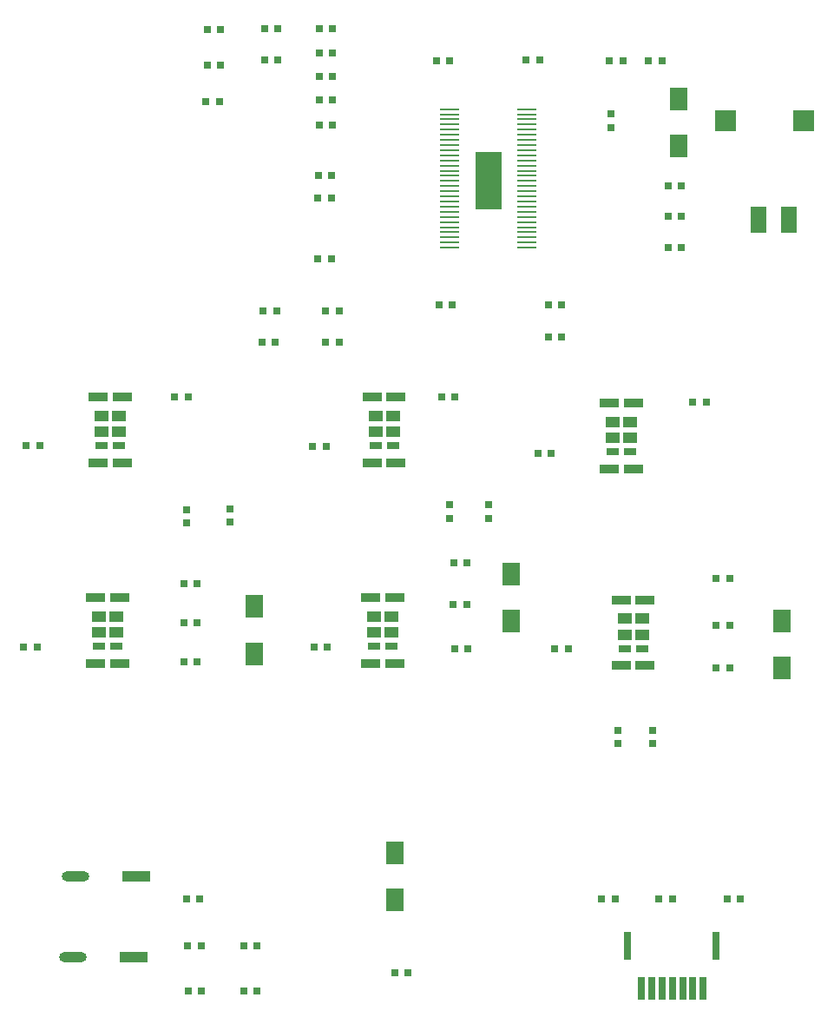
<source format=gtp>
G04*
G04 #@! TF.GenerationSoftware,Altium Limited,Altium Designer,19.1.3 (30)*
G04*
G04 Layer_Color=8421504*
%FSLAX25Y25*%
%MOIN*%
G70*
G01*
G75*
%ADD18R,0.03000X0.03000*%
%ADD19O,0.10630X0.03937*%
%ADD20R,0.10630X0.03937*%
%ADD21R,0.07284X0.03543*%
%ADD22R,0.04528X0.02559*%
%ADD23R,0.05315X0.03937*%
%ADD24R,0.05118X0.02559*%
%ADD25R,0.03000X0.03000*%
%ADD26R,0.06890X0.08661*%
%ADD27R,0.07874X0.07874*%
%ADD28R,0.07480X0.01102*%
%ADD29R,0.09843X0.22047*%
%ADD30R,0.02953X0.08500*%
%ADD31R,0.02953X0.10500*%
%ADD32R,0.06000X0.10000*%
D18*
X141559Y41000D02*
D03*
X136441D02*
D03*
X275382Y256500D02*
D03*
X280500D02*
D03*
X238618Y269000D02*
D03*
X233500D02*
D03*
X158441Y23000D02*
D03*
X163559D02*
D03*
X158441Y5500D02*
D03*
X163559D02*
D03*
X137000Y5500D02*
D03*
X142118D02*
D03*
X136941Y23000D02*
D03*
X142059D02*
D03*
X79059Y137500D02*
D03*
X73941D02*
D03*
X171059Y266500D02*
D03*
X165941D02*
D03*
X170618Y254500D02*
D03*
X165500D02*
D03*
X195059Y254500D02*
D03*
X189941D02*
D03*
X186882Y286500D02*
D03*
X192000D02*
D03*
X232441Y362500D02*
D03*
X237559D02*
D03*
X321382Y291000D02*
D03*
X326500D02*
D03*
X321382Y303000D02*
D03*
X326500D02*
D03*
X326559Y314500D02*
D03*
X321441D02*
D03*
X266941Y363000D02*
D03*
X272059D02*
D03*
X313882Y362500D02*
D03*
X319000D02*
D03*
X304059Y362500D02*
D03*
X298941D02*
D03*
X190059Y214500D02*
D03*
X184941D02*
D03*
X195059Y266500D02*
D03*
X189941D02*
D03*
X192059Y310000D02*
D03*
X186941D02*
D03*
X192118Y318500D02*
D03*
X187000D02*
D03*
X192559Y338000D02*
D03*
X187441D02*
D03*
X187441Y365500D02*
D03*
X192559D02*
D03*
X187441Y356500D02*
D03*
X192559D02*
D03*
X187441Y347500D02*
D03*
X192559D02*
D03*
X171441Y363000D02*
D03*
X166323D02*
D03*
X166323Y375000D02*
D03*
X171441D02*
D03*
X144382Y361000D02*
D03*
X149500D02*
D03*
X192559Y375000D02*
D03*
X187441D02*
D03*
X149559Y374500D02*
D03*
X144441D02*
D03*
X349118Y41000D02*
D03*
X344000D02*
D03*
X323059Y41000D02*
D03*
X317941D02*
D03*
X301059Y41000D02*
D03*
X295941D02*
D03*
X330941Y231500D02*
D03*
X336059D02*
D03*
X234440Y233500D02*
D03*
X239559D02*
D03*
X131941Y233500D02*
D03*
X137059D02*
D03*
X276559Y212000D02*
D03*
X271441D02*
D03*
X80059Y215000D02*
D03*
X74941D02*
D03*
X149059Y347000D02*
D03*
X143941D02*
D03*
X280559Y269000D02*
D03*
X275441D02*
D03*
X339941Y164000D02*
D03*
X345059D02*
D03*
X239000Y170000D02*
D03*
X244118D02*
D03*
X135441Y162056D02*
D03*
X140559D02*
D03*
X283059Y137000D02*
D03*
X277941D02*
D03*
X190559Y137500D02*
D03*
X185441D02*
D03*
X345059Y129500D02*
D03*
X339941D02*
D03*
X345059Y146000D02*
D03*
X339941D02*
D03*
X244559Y137000D02*
D03*
X239441D02*
D03*
X244059Y154000D02*
D03*
X238941D02*
D03*
X140559Y132056D02*
D03*
X135441D02*
D03*
X140559Y147055D02*
D03*
X135441D02*
D03*
X216441Y12500D02*
D03*
X221559D02*
D03*
D19*
X92689Y18500D02*
D03*
X93689Y49500D02*
D03*
D20*
X116311Y18500D02*
D03*
X117311Y49500D02*
D03*
D21*
X298874Y205902D02*
D03*
Y231099D02*
D03*
X308126Y205902D02*
D03*
Y231099D02*
D03*
X111780Y233429D02*
D03*
Y208232D02*
D03*
X102528Y233429D02*
D03*
Y208232D02*
D03*
X216972Y233429D02*
D03*
Y208232D02*
D03*
X207720Y233429D02*
D03*
Y208232D02*
D03*
X312626Y155598D02*
D03*
Y130402D02*
D03*
X303374Y155598D02*
D03*
Y130402D02*
D03*
X216472Y156429D02*
D03*
Y131232D02*
D03*
X207220Y156429D02*
D03*
Y131232D02*
D03*
X110780Y156429D02*
D03*
Y131232D02*
D03*
X101528Y156429D02*
D03*
Y131232D02*
D03*
D22*
X300153Y212398D02*
D03*
X103807Y214728D02*
D03*
X209000D02*
D03*
X304654Y136898D02*
D03*
X208500Y137728D02*
D03*
X102807D02*
D03*
D23*
X300153Y217831D02*
D03*
Y223933D02*
D03*
X306846Y217831D02*
D03*
Y223933D02*
D03*
X110500Y226264D02*
D03*
Y220161D02*
D03*
X103807Y226264D02*
D03*
Y220161D02*
D03*
X215693Y226264D02*
D03*
Y220161D02*
D03*
X209000Y226264D02*
D03*
Y220161D02*
D03*
X311347Y148433D02*
D03*
Y142331D02*
D03*
X304654Y148433D02*
D03*
Y142331D02*
D03*
X215193Y149264D02*
D03*
Y143161D02*
D03*
X208500Y149264D02*
D03*
Y143161D02*
D03*
X109500Y149264D02*
D03*
Y143161D02*
D03*
X102807Y149264D02*
D03*
Y143161D02*
D03*
D24*
X306846Y212398D02*
D03*
X110500Y214728D02*
D03*
X215693D02*
D03*
X311347Y136898D02*
D03*
X215193Y137728D02*
D03*
X109500D02*
D03*
D25*
X302000Y105559D02*
D03*
Y100441D02*
D03*
X299500Y342059D02*
D03*
Y336941D02*
D03*
X315500Y105559D02*
D03*
Y100441D02*
D03*
X252500Y192059D02*
D03*
Y186941D02*
D03*
X237500Y192059D02*
D03*
Y186941D02*
D03*
X153000Y185441D02*
D03*
Y190559D02*
D03*
X136500Y185059D02*
D03*
Y190177D02*
D03*
D26*
X325500Y348055D02*
D03*
Y329945D02*
D03*
X365000Y147555D02*
D03*
Y129445D02*
D03*
X261000Y147445D02*
D03*
Y165555D02*
D03*
X162500Y135000D02*
D03*
Y153110D02*
D03*
X216500Y58555D02*
D03*
Y40445D02*
D03*
D27*
X373500Y339500D02*
D03*
X343500D02*
D03*
D28*
X237500Y344000D02*
D03*
Y342032D02*
D03*
Y340063D02*
D03*
Y338094D02*
D03*
Y336126D02*
D03*
Y334157D02*
D03*
Y332189D02*
D03*
Y330220D02*
D03*
Y328252D02*
D03*
Y326283D02*
D03*
Y324315D02*
D03*
Y322346D02*
D03*
Y320378D02*
D03*
Y318409D02*
D03*
Y316441D02*
D03*
Y314472D02*
D03*
Y312504D02*
D03*
Y310535D02*
D03*
Y308567D02*
D03*
Y306598D02*
D03*
Y304630D02*
D03*
Y302661D02*
D03*
Y300693D02*
D03*
Y298724D02*
D03*
Y296756D02*
D03*
Y294787D02*
D03*
Y292819D02*
D03*
Y290850D02*
D03*
X267000D02*
D03*
Y292819D02*
D03*
Y294787D02*
D03*
Y296756D02*
D03*
Y298724D02*
D03*
Y300693D02*
D03*
Y302661D02*
D03*
Y304630D02*
D03*
Y306598D02*
D03*
Y308567D02*
D03*
Y310535D02*
D03*
Y312504D02*
D03*
Y314472D02*
D03*
Y316441D02*
D03*
Y318409D02*
D03*
Y320378D02*
D03*
Y322346D02*
D03*
Y324315D02*
D03*
Y326283D02*
D03*
Y328252D02*
D03*
Y330220D02*
D03*
Y332189D02*
D03*
Y334157D02*
D03*
Y336126D02*
D03*
Y338095D02*
D03*
Y340063D02*
D03*
Y342032D02*
D03*
Y344000D02*
D03*
D29*
X252500Y316500D02*
D03*
D30*
X334874Y6500D02*
D03*
X330937D02*
D03*
X327000D02*
D03*
X323063D02*
D03*
X319126D02*
D03*
X315189D02*
D03*
X311252D02*
D03*
D31*
X339874Y23000D02*
D03*
X305874D02*
D03*
D32*
X356291Y301500D02*
D03*
X367709D02*
D03*
M02*

</source>
